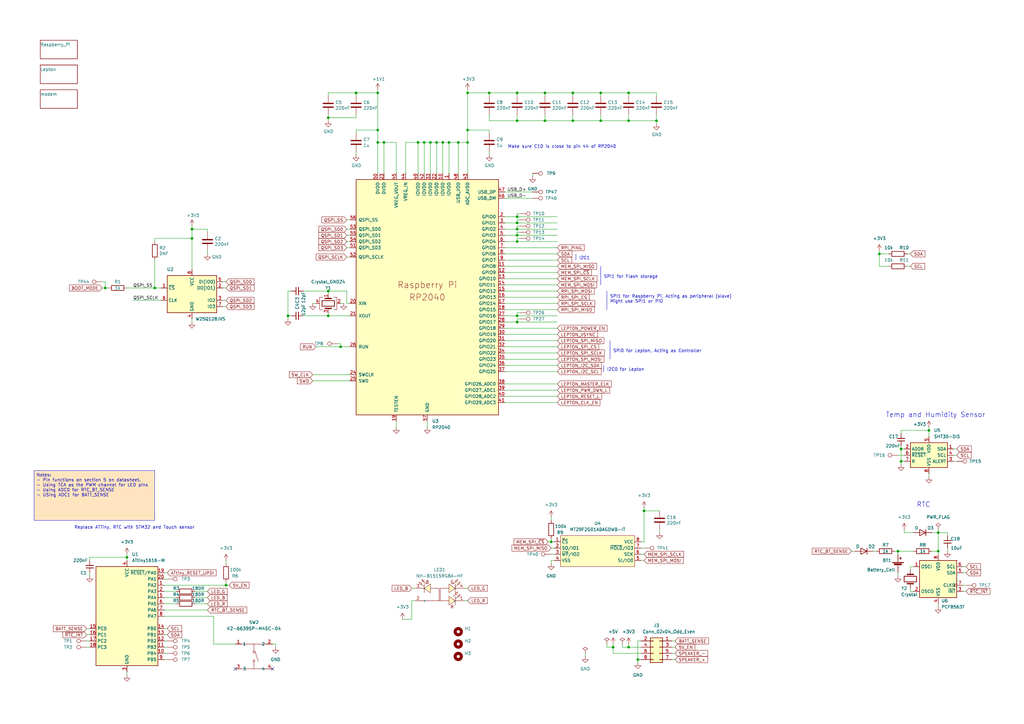
<source format=kicad_sch>
(kicad_sch (version 20230121) (generator eeschema)
  (paper "A3")
  (junction (at 92.71 240.03))
  (junction (at 212.09 99.06))
  (junction (at 187.96 58.42))
  (junction (at 368.3 226.06))
  (junction (at 52.07 228.6))
  (junction (at 134.62 129.54))
  (junction (at 384.81 218.44))
  (junction (at 184.15 58.42))
  (junction (at 369.57 189.23))
  (junction (at 63.5 118.11))
  (junction (at 212.09 96.52))
  (junction (at 134.62 48.26))
  (junction (at 134.62 119.38))
  (junction (at 157.48 58.42))
  (junction (at 251.46 265.43))
  (junction (at 384.81 226.06))
  (junction (at 176.53 58.42))
  (junction (at 212.09 129.54))
  (junction (at 360.68 104.14))
  (junction (at 212.09 88.9))
  (junction (at 246.38 38.1))
  (junction (at 78.74 97.79))
  (junction (at 212.09 49.53))
  (junction (at 212.09 93.98))
  (junction (at 154.94 38.1))
  (junction (at 173.99 58.42))
  (junction (at 146.05 38.1))
  (junction (at 369.57 184.15))
  (junction (at 212.09 132.08))
  (junction (at 257.81 38.1))
  (junction (at 246.38 49.53))
  (junction (at 223.52 49.53))
  (junction (at 191.77 53.34))
  (junction (at 257.81 265.43))
  (junction (at 78.74 93.98))
  (junction (at 154.94 58.42))
  (junction (at 257.81 49.53))
  (junction (at 171.45 58.42))
  (junction (at 179.07 58.42))
  (junction (at 43.18 118.11))
  (junction (at 191.77 58.42))
  (junction (at 154.94 53.34))
  (junction (at 223.52 38.1))
  (junction (at 381 176.53))
  (junction (at 181.61 58.42))
  (junction (at 118.11 129.54))
  (junction (at 269.24 49.53))
  (junction (at 191.77 38.1))
  (junction (at 226.06 222.25))
  (junction (at 212.09 91.44))
  (junction (at 261.62 270.51))
  (junction (at 234.95 38.1))
  (junction (at 212.09 38.1))
  (junction (at 200.66 38.1))
  (junction (at 264.16 209.55))
  (junction (at 234.95 49.53))
  (junction (at 139.7 142.24))
  (no_connect (at 96.52 274.32))
  (no_connect (at 111.76 274.32))
  (wire (pts (xy 91.44 123.19) (xy 92.71 123.19)))
  (wire (pts (xy 78.74 92.71) (xy 78.74 93.98)))
  (wire (pts (xy 190.5 241.3) (xy 191.77 241.3)))
  (wire (pts (xy 207.01 162.56) (xy 228.6 162.56)))
  (wire (pts (xy 261.62 270.51) (xy 262.89 270.51)))
  (wire (pts (xy 257.81 39.37) (xy 257.81 38.1)))
  (wire (pts (xy 207.01 114.3) (xy 228.6 114.3)))
  (wire (pts (xy 87.63 264.16) (xy 87.63 252.73)))
  (wire (pts (xy 191.77 58.42) (xy 191.77 71.12)))
  (wire (pts (xy 146.05 62.23) (xy 146.05 63.5)))
  (wire (pts (xy 91.44 125.73) (xy 92.71 125.73)))
  (wire (pts (xy 63.5 97.79) (xy 78.74 97.79)))
  (wire (pts (xy 372.11 109.22) (xy 373.38 109.22)))
  (wire (pts (xy 394.97 240.03) (xy 396.24 240.03)))
  (wire (pts (xy 80.01 247.65) (xy 85.09 247.65)))
  (wire (pts (xy 207.01 119.38) (xy 228.6 119.38)))
  (wire (pts (xy 374.65 242.57) (xy 373.38 242.57)))
  (wire (pts (xy 212.09 95.25) (xy 213.36 95.25)))
  (wire (pts (xy 212.09 91.44) (xy 228.6 91.44)))
  (wire (pts (xy 146.05 38.1) (xy 154.94 38.1)))
  (wire (pts (xy 374.65 226.06) (xy 368.3 226.06)))
  (wire (pts (xy 223.52 46.99) (xy 223.52 49.53)))
  (wire (pts (xy 212.09 132.08) (xy 212.09 130.81)))
  (wire (pts (xy 391.16 189.23) (xy 392.43 189.23)))
  (wire (pts (xy 67.31 260.35) (xy 68.58 260.35)))
  (wire (pts (xy 142.24 105.41) (xy 143.51 105.41)))
  (wire (pts (xy 234.95 39.37) (xy 234.95 38.1)))
  (wire (pts (xy 80.01 245.11) (xy 85.09 245.11)))
  (wire (pts (xy 200.66 38.1) (xy 212.09 38.1)))
  (wire (pts (xy 179.07 58.42) (xy 181.61 58.42)))
  (wire (pts (xy 275.59 267.97) (xy 276.86 267.97)))
  (wire (pts (xy 212.09 96.52) (xy 212.09 95.25)))
  (wire (pts (xy 162.56 71.12) (xy 162.56 58.42)))
  (polyline (pts (xy 246.38 109.22) (xy 246.38 116.84)) (stroke (width 0) (type solid)))
  (wire (pts (xy 257.81 46.99) (xy 257.81 49.53)))
  (wire (pts (xy 176.53 58.42) (xy 179.07 58.42)))
  (wire (pts (xy 394.97 234.95) (xy 396.24 234.95)))
  (wire (pts (xy 134.62 119.38) (xy 134.62 120.65)))
  (wire (pts (xy 63.5 99.06) (xy 63.5 97.79)))
  (wire (pts (xy 207.01 104.14) (xy 228.6 104.14)))
  (wire (pts (xy 394.97 242.57) (xy 396.24 242.57)))
  (wire (pts (xy 78.74 93.98) (xy 78.74 97.79)))
  (wire (pts (xy 52.07 228.6) (xy 52.07 229.87)))
  (wire (pts (xy 179.07 71.12) (xy 179.07 58.42)))
  (wire (pts (xy 212.09 88.9) (xy 212.09 87.63)))
  (wire (pts (xy 223.52 49.53) (xy 212.09 49.53)))
  (wire (pts (xy 262.89 267.97) (xy 251.46 267.97)))
  (wire (pts (xy 78.74 130.81) (xy 78.74 132.08)))
  (wire (pts (xy 207.01 93.98) (xy 212.09 93.98)))
  (wire (pts (xy 43.18 118.11) (xy 43.18 115.57)))
  (wire (pts (xy 118.11 129.54) (xy 119.38 129.54)))
  (wire (pts (xy 162.56 58.42) (xy 157.48 58.42)))
  (wire (pts (xy 369.57 176.53) (xy 381 176.53)))
  (wire (pts (xy 207.01 132.08) (xy 212.09 132.08)))
  (wire (pts (xy 154.94 53.34) (xy 154.94 58.42)))
  (wire (pts (xy 207.01 149.86) (xy 228.6 149.86)))
  (wire (pts (xy 368.3 186.69) (xy 370.84 186.69)))
  (wire (pts (xy 367.03 226.06) (xy 368.3 226.06)))
  (wire (pts (xy 369.57 189.23) (xy 370.84 189.23)))
  (wire (pts (xy 67.31 245.11) (xy 72.39 245.11)))
  (wire (pts (xy 43.18 118.11) (xy 44.45 118.11)))
  (wire (pts (xy 207.01 109.22) (xy 228.6 109.22)))
  (wire (pts (xy 134.62 119.38) (xy 142.24 119.38)))
  (wire (pts (xy 257.81 265.43) (xy 257.81 264.16)))
  (wire (pts (xy 134.62 38.1) (xy 146.05 38.1)))
  (wire (pts (xy 171.45 58.42) (xy 173.99 58.42)))
  (wire (pts (xy 67.31 250.19) (xy 85.09 250.19)))
  (wire (pts (xy 234.95 49.53) (xy 223.52 49.53)))
  (wire (pts (xy 207.01 137.16) (xy 228.6 137.16)))
  (wire (pts (xy 275.59 270.51) (xy 276.86 270.51)))
  (wire (pts (xy 368.3 234.95) (xy 368.3 236.22)))
  (wire (pts (xy 118.11 130.81) (xy 118.11 129.54)))
  (wire (pts (xy 246.38 39.37) (xy 246.38 38.1)))
  (wire (pts (xy 181.61 58.42) (xy 184.15 58.42)))
  (wire (pts (xy 134.62 129.54) (xy 134.62 128.27)))
  (wire (pts (xy 63.5 118.11) (xy 66.04 118.11)))
  (wire (pts (xy 63.5 106.68) (xy 63.5 118.11)))
  (wire (pts (xy 207.01 147.32) (xy 228.6 147.32)))
  (wire (pts (xy 207.01 127) (xy 228.6 127)))
  (wire (pts (xy 212.09 128.27) (xy 213.36 128.27)))
  (wire (pts (xy 142.24 101.6) (xy 143.51 101.6)))
  (wire (pts (xy 264.16 208.28) (xy 264.16 209.55)))
  (wire (pts (xy 67.31 252.73) (xy 87.63 252.73)))
  (wire (pts (xy 269.24 46.99) (xy 269.24 49.53)))
  (wire (pts (xy 139.7 142.24) (xy 143.51 142.24)))
  (wire (pts (xy 154.94 36.83) (xy 154.94 38.1)))
  (wire (pts (xy 226.06 224.79) (xy 227.33 224.79)))
  (wire (pts (xy 191.77 53.34) (xy 191.77 58.42)))
  (wire (pts (xy 226.06 212.09) (xy 226.06 213.36)))
  (wire (pts (xy 134.62 48.26) (xy 146.05 48.26)))
  (wire (pts (xy 142.24 119.38) (xy 142.24 124.46)))
  (wire (pts (xy 226.06 220.98) (xy 226.06 222.25)))
  (wire (pts (xy 67.31 247.65) (xy 72.39 247.65)))
  (wire (pts (xy 187.96 71.12) (xy 187.96 58.42)))
  (wire (pts (xy 212.09 132.08) (xy 228.6 132.08)))
  (wire (pts (xy 67.31 262.89) (xy 68.58 262.89)))
  (polyline (pts (xy 236.22 104.14) (xy 236.22 106.68)) (stroke (width 0) (type solid)))
  (wire (pts (xy 369.57 184.15) (xy 370.84 184.15)))
  (wire (pts (xy 212.09 90.17) (xy 213.36 90.17)))
  (wire (pts (xy 364.49 109.22) (xy 360.68 109.22)))
  (wire (pts (xy 207.01 144.78) (xy 228.6 144.78)))
  (wire (pts (xy 146.05 48.26) (xy 146.05 46.99)))
  (wire (pts (xy 168.91 241.3) (xy 170.18 241.3)))
  (wire (pts (xy 113.03 265.43) (xy 113.03 264.16)))
  (wire (pts (xy 251.46 267.97) (xy 251.46 265.43)))
  (wire (pts (xy 118.11 129.54) (xy 118.11 119.38)))
  (wire (pts (xy 384.81 217.17) (xy 384.81 218.44)))
  (wire (pts (xy 157.48 71.12) (xy 157.48 58.42)))
  (wire (pts (xy 384.81 226.06) (xy 384.81 227.33)))
  (wire (pts (xy 207.01 121.92) (xy 228.6 121.92)))
  (wire (pts (xy 54.61 123.19) (xy 66.04 123.19)))
  (wire (pts (xy 35.56 257.81) (xy 36.83 257.81)))
  (wire (pts (xy 146.05 54.61) (xy 146.05 53.34)))
  (wire (pts (xy 251.46 265.43) (xy 248.92 265.43)))
  (wire (pts (xy 391.16 184.15) (xy 392.43 184.15)))
  (wire (pts (xy 200.66 54.61) (xy 200.66 53.34)))
  (wire (pts (xy 223.52 38.1) (xy 234.95 38.1)))
  (wire (pts (xy 226.06 229.87) (xy 227.33 229.87)))
  (wire (pts (xy 85.09 102.87) (xy 85.09 104.14)))
  (wire (pts (xy 142.24 99.06) (xy 143.51 99.06)))
  (wire (pts (xy 212.09 46.99) (xy 212.09 49.53)))
  (wire (pts (xy 246.38 38.1) (xy 257.81 38.1)))
  (wire (pts (xy 43.18 115.57) (xy 41.91 115.57)))
  (wire (pts (xy 67.31 234.95) (xy 68.58 234.95)))
  (wire (pts (xy 368.3 226.06) (xy 368.3 227.33)))
  (wire (pts (xy 207.01 88.9) (xy 212.09 88.9)))
  (wire (pts (xy 257.81 49.53) (xy 246.38 49.53)))
  (wire (pts (xy 41.91 118.11) (xy 43.18 118.11)))
  (wire (pts (xy 78.74 97.79) (xy 78.74 110.49)))
  (wire (pts (xy 96.52 264.16) (xy 87.63 264.16)))
  (wire (pts (xy 388.62 218.44) (xy 384.81 218.44)))
  (wire (pts (xy 166.37 71.12) (xy 166.37 58.42)))
  (wire (pts (xy 35.56 265.43) (xy 36.83 265.43)))
  (wire (pts (xy 248.92 265.43) (xy 248.92 264.16)))
  (wire (pts (xy 207.01 106.68) (xy 228.6 106.68)))
  (wire (pts (xy 212.09 99.06) (xy 228.6 99.06)))
  (wire (pts (xy 373.38 242.57) (xy 373.38 241.3)))
  (wire (pts (xy 207.01 157.48) (xy 228.6 157.48)))
  (wire (pts (xy 212.09 38.1) (xy 223.52 38.1)))
  (wire (pts (xy 52.07 275.59) (xy 52.07 276.86)))
  (wire (pts (xy 207.01 96.52) (xy 212.09 96.52)))
  (wire (pts (xy 369.57 184.15) (xy 369.57 189.23)))
  (wire (pts (xy 146.05 39.37) (xy 146.05 38.1)))
  (polyline (pts (xy 250.19 139.7) (xy 250.19 147.32)) (stroke (width 0) (type solid)))
  (wire (pts (xy 384.81 247.65) (xy 384.81 248.92)))
  (wire (pts (xy 270.51 209.55) (xy 264.16 209.55)))
  (wire (pts (xy 128.27 156.21) (xy 143.51 156.21)))
  (wire (pts (xy 139.7 142.24) (xy 139.7 140.97)))
  (wire (pts (xy 139.7 124.46) (xy 140.97 124.46)))
  (wire (pts (xy 212.09 92.71) (xy 213.36 92.71)))
  (wire (pts (xy 157.48 58.42) (xy 154.94 58.42)))
  (wire (pts (xy 142.24 90.17) (xy 143.51 90.17)))
  (wire (pts (xy 67.31 270.51) (xy 68.58 270.51)))
  (wire (pts (xy 388.62 219.71) (xy 388.62 218.44)))
  (wire (pts (xy 207.01 152.4) (xy 228.6 152.4)))
  (wire (pts (xy 269.24 39.37) (xy 269.24 38.1)))
  (wire (pts (xy 251.46 265.43) (xy 251.46 264.16)))
  (wire (pts (xy 382.27 218.44) (xy 384.81 218.44)))
  (wire (pts (xy 257.81 265.43) (xy 255.27 265.43)))
  (wire (pts (xy 200.66 46.99) (xy 200.66 49.53)))
  (wire (pts (xy 134.62 129.54) (xy 143.51 129.54)))
  (wire (pts (xy 190.5 246.38) (xy 191.77 246.38)))
  (wire (pts (xy 184.15 58.42) (xy 187.96 58.42)))
  (wire (pts (xy 234.95 46.99) (xy 234.95 49.53)))
  (wire (pts (xy 67.31 265.43) (xy 68.58 265.43)))
  (wire (pts (xy 207.01 160.02) (xy 228.6 160.02)))
  (wire (pts (xy 52.07 228.6) (xy 36.83 228.6)))
  (wire (pts (xy 381 176.53) (xy 381 179.07)))
  (wire (pts (xy 257.81 49.53) (xy 269.24 49.53)))
  (wire (pts (xy 369.57 182.88) (xy 369.57 184.15)))
  (wire (pts (xy 168.91 246.38) (xy 168.91 254)))
  (wire (pts (xy 212.09 88.9) (xy 228.6 88.9)))
  (wire (pts (xy 191.77 53.34) (xy 200.66 53.34)))
  (wire (pts (xy 200.66 62.23) (xy 200.66 63.5)))
  (wire (pts (xy 191.77 38.1) (xy 191.77 53.34)))
  (wire (pts (xy 207.01 81.28) (xy 218.44 81.28)))
  (wire (pts (xy 226.06 231.14) (xy 226.06 229.87)))
  (wire (pts (xy 91.44 118.11) (xy 92.71 118.11)))
  (wire (pts (xy 394.97 232.41) (xy 396.24 232.41)))
  (wire (pts (xy 369.57 190.5) (xy 369.57 189.23)))
  (wire (pts (xy 382.27 226.06) (xy 384.81 226.06)))
  (wire (pts (xy 212.09 130.81) (xy 213.36 130.81)))
  (wire (pts (xy 173.99 58.42) (xy 176.53 58.42)))
  (wire (pts (xy 384.81 218.44) (xy 384.81 226.06)))
  (wire (pts (xy 207.01 99.06) (xy 212.09 99.06)))
  (wire (pts (xy 134.62 39.37) (xy 134.62 38.1)))
  (wire (pts (xy 124.46 119.38) (xy 134.62 119.38)))
  (wire (pts (xy 212.09 93.98) (xy 228.6 93.98)))
  (wire (pts (xy 212.09 129.54) (xy 212.09 128.27)))
  (wire (pts (xy 388.62 224.79) (xy 388.62 226.06)))
  (wire (pts (xy 92.71 229.87) (xy 92.71 231.14)))
  (wire (pts (xy 128.27 124.46) (xy 129.54 124.46)))
  (wire (pts (xy 134.62 46.99) (xy 134.62 48.26)))
  (wire (pts (xy 264.16 209.55) (xy 264.16 222.25)))
  (wire (pts (xy 262.89 229.87) (xy 264.16 229.87)))
  (wire (pts (xy 261.62 262.89) (xy 261.62 270.51)))
  (wire (pts (xy 381 175.26) (xy 381 176.53)))
  (wire (pts (xy 212.09 87.63) (xy 213.36 87.63)))
  (wire (pts (xy 212.09 96.52) (xy 228.6 96.52)))
  (wire (pts (xy 212.09 39.37) (xy 212.09 38.1)))
  (wire (pts (xy 200.66 39.37) (xy 200.66 38.1)))
  (wire (pts (xy 118.11 119.38) (xy 119.38 119.38)))
  (wire (pts (xy 372.11 104.14) (xy 373.38 104.14)))
  (wire (pts (xy 128.27 153.67) (xy 143.51 153.67)))
  (wire (pts (xy 262.89 265.43) (xy 257.81 265.43)))
  (wire (pts (xy 240.03 267.97) (xy 240.03 269.24)))
  (wire (pts (xy 207.01 142.24) (xy 228.6 142.24)))
  (wire (pts (xy 207.01 129.54) (xy 212.09 129.54)))
  (wire (pts (xy 184.15 58.42) (xy 184.15 71.12)))
  (wire (pts (xy 170.18 246.38) (xy 168.91 246.38)))
  (wire (pts (xy 223.52 39.37) (xy 223.52 38.1)))
  (wire (pts (xy 181.61 71.12) (xy 181.61 58.42)))
  (wire (pts (xy 349.25 226.06) (xy 350.52 226.06)))
  (wire (pts (xy 142.24 93.98) (xy 143.51 93.98)))
  (wire (pts (xy 146.05 53.34) (xy 154.94 53.34)))
  (wire (pts (xy 171.45 71.12) (xy 171.45 58.42)))
  (wire (pts (xy 175.26 172.72) (xy 175.26 175.26)))
  (wire (pts (xy 142.24 124.46) (xy 143.51 124.46)))
  (wire (pts (xy 52.07 118.11) (xy 63.5 118.11)))
  (wire (pts (xy 369.57 177.8) (xy 369.57 176.53)))
  (wire (pts (xy 212.09 129.54) (xy 228.6 129.54)))
  (wire (pts (xy 234.95 38.1) (xy 246.38 38.1)))
  (wire (pts (xy 207.01 139.7) (xy 228.6 139.7)))
  (wire (pts (xy 226.06 227.33) (xy 227.33 227.33)))
  (wire (pts (xy 370.84 218.44) (xy 374.65 218.44)))
  (wire (pts (xy 67.31 242.57) (xy 72.39 242.57)))
  (wire (pts (xy 35.56 260.35) (xy 36.83 260.35)))
  (wire (pts (xy 381 194.31) (xy 381 195.58)))
  (wire (pts (xy 187.96 58.42) (xy 191.77 58.42)))
  (wire (pts (xy 91.44 115.57) (xy 92.71 115.57)))
  (wire (pts (xy 36.83 228.6) (xy 36.83 229.87)))
  (wire (pts (xy 360.68 104.14) (xy 360.68 102.87)))
  (wire (pts (xy 67.31 237.49) (xy 68.58 237.49)))
  (wire (pts (xy 224.79 222.25) (xy 226.06 222.25)))
  (wire (pts (xy 275.59 262.89) (xy 276.86 262.89)))
  (wire (pts (xy 261.62 270.51) (xy 261.62 271.78)))
  (wire (pts (xy 36.83 234.95) (xy 36.83 236.22)))
  (wire (pts (xy 134.62 48.26) (xy 134.62 49.53)))
  (wire (pts (xy 154.94 38.1) (xy 154.94 53.34)))
  (wire (pts (xy 124.46 129.54) (xy 134.62 129.54)))
  (wire (pts (xy 207.01 134.62) (xy 228.6 134.62)))
  (wire (pts (xy 67.31 267.97) (xy 68.58 267.97)))
  (wire (pts (xy 52.07 227.33) (xy 52.07 228.6)))
  (wire (pts (xy 358.14 226.06) (xy 359.41 226.06)))
  (wire (pts (xy 212.09 97.79) (xy 213.36 97.79)))
  (wire (pts (xy 264.16 222.25) (xy 262.89 222.25)))
  (wire (pts (xy 207.01 78.74) (xy 218.44 78.74)))
  (wire (pts (xy 246.38 46.99) (xy 246.38 49.53)))
  (wire (pts (xy 373.38 232.41) (xy 374.65 232.41)))
  (wire (pts (xy 162.56 172.72) (xy 162.56 175.26)))
  (wire (pts (xy 373.38 233.68) (xy 373.38 232.41)))
  (wire (pts (xy 142.24 96.52) (xy 143.51 96.52)))
  (wire (pts (xy 207.01 116.84) (xy 228.6 116.84)))
  (wire (pts (xy 270.51 217.17) (xy 270.51 218.44)))
  (wire (pts (xy 67.31 257.81) (xy 68.58 257.81)))
  (wire (pts (xy 168.91 254) (xy 165.1 254)))
  (wire (pts (xy 80.01 242.57) (xy 85.09 242.57)))
  (wire (pts (xy 212.09 91.44) (xy 212.09 90.17)))
  (wire (pts (xy 360.68 109.22) (xy 360.68 104.14)))
  (wire (pts (xy 262.89 224.79) (xy 264.16 224.79)))
  (wire (pts (xy 212.09 99.06) (xy 212.09 97.79)))
  (wire (pts (xy 92.71 240.03) (xy 93.98 240.03)))
  (wire (pts (xy 139.7 140.97) (xy 138.43 140.97)))
  (wire (pts (xy 364.49 104.14) (xy 360.68 104.14)))
  (wire (pts (xy 255.27 265.43) (xy 255.27 264.16)))
  (wire (pts (xy 207.01 91.44) (xy 212.09 91.44)))
  (wire (pts (xy 35.56 262.89) (xy 36.83 262.89)))
  (wire (pts (xy 92.71 238.76) (xy 92.71 240.03)))
  (wire (pts (xy 67.31 240.03) (xy 92.71 240.03)))
  (wire (pts (xy 166.37 58.42) (xy 171.45 58.42)))
  (polyline (pts (xy 247.65 149.86) (xy 247.65 152.4)) (stroke (width 0) (type solid)))
  (wire (pts (xy 275.59 265.43) (xy 276.86 265.43)))
  (wire (pts (xy 154.94 58.42) (xy 154.94 71.12)))
  (wire (pts (xy 207.01 124.46) (xy 228.6 124.46)))
  (wire (pts (xy 173.99 71.12) (xy 173.99 58.42)))
  (wire (pts (xy 191.77 36.83) (xy 191.77 38.1)))
  (wire (pts (xy 257.81 38.1) (xy 269.24 38.1)))
  (polyline (pts (xy 248.92 119.38) (xy 248.92 127)) (stroke (width 0) (type solid)))
  (wire (pts (xy 212.09 49.53) (xy 200.66 49.53)))
  (wire (pts (xy 370.84 217.17) (xy 370.84 218.44)))
  (wire (pts (xy 391.16 186.69) (xy 392.43 186.69)))
  (wire (pts (xy 262.89 262.89) (xy 261.62 262.89)))
  (wire (pts (xy 207.01 165.1) (xy 228.6 165.1)))
  (wire (pts (xy 207.01 101.6) (xy 228.6 101.6)))
  (wire (pts (xy 218.44 71.12) (xy 218.44 72.39)))
  (wire (pts (xy 212.09 93.98) (xy 212.09 92.71)))
  (wire (pts (xy 113.03 264.16) (xy 111.76 264.16)))
  (wire (pts (xy 129.54 142.24) (xy 139.7 142.24)))
  (wire (pts (xy 207.01 111.76) (xy 228.6 111.76)))
  (wire (pts (xy 176.53 71.12) (xy 176.53 58.42)))
  (wire (pts (xy 269.24 49.53) (xy 269.24 50.8)))
  (wire (pts (xy 85.09 95.25) (xy 85.09 93.98)))
  (wire (pts (xy 246.38 49.53) (xy 234.95 49.53)))
  (wire (pts (xy 191.77 38.1) (xy 200.66 38.1)))
  (wire (pts (xy 85.09 93.98) (xy 78.74 93.98)))
  (wire (pts (xy 262.89 227.33) (xy 264.16 227.33)))
  (wire (pts (xy 226.06 222.25) (xy 227.33 222.25)))
  (text_box "Notes:\n- Pin functions on section 5 on datasheet.\n- Using TCA as the PWM channel for LED pins\n- Using ADC0 for RTC_BT_SENSE\n- USing ADC1 for BATT_SENSE" (at 13.97 193.04 0) (size 49.53 20.32) (fill (type color) (color 255 229 191 1)) (effects (font (size 1.27 1.27)) (justify left top)))
  (text "RTC" (at 375.92 208.28 0) (effects (font (size 2 2)) (justify left bottom)))
  (text "SPI0 for Lepton, Acting as Controller\n" (at 251.46 144.78 0) (effects (font (size 1.27 1.27)) (justify left bottom)))
  (text "I2C1" (at 237.49 106.68 0) (effects (font (size 1.27 1.27)) (justify left bottom)))
  (text "I2C0 for Lepton" (at 248.92 152.4 0) (effects (font (size 1.27 1.27)) (justify left bottom)))
  (text "Temp and Humidity Sensor" (at 363.22 171.45 0) (effects (font (size 2 2)) (justify left bottom)))
  (text "Replace ATTiny, RTC with STM32 and Touch sensor" (at 30.48 217.17 0) (effects (font (size 1.27 1.27)) (justify left bottom)))
  (text "Make sure C10 is close to pin 44 of RP2040" (at 208.28 60.96 0) (effects (font (size 1.27 1.27)) (justify left bottom)))
  (text "SPI1 for Raspberry Pi, Acting as peripheral (slave)\nMight use SPI1 or PIO" (at 250.19 124.46 0) (effects (font (size 1.27 1.27)) (justify left bottom)))
  (text "SPI1 for Flash storage" (at 247.65 114.3 0) (effects (font (size 1.27 1.27)) (justify left bottom)))
  (label "QSPI_SCLK" (at 54.61 123.19 0))
  (label "QSPI_SS" (at 54.61 118.11 0))
  (label "USB_D-" (at 215.9 81.28 180))
  (label "USB_D+" (at 215.9 78.74 180))
  (global_label "SCL" (shape input) (at 373.38 109.22 0) (property "Intersheetrefs" "${INTERSHEET_REFS}" (effects hide)))
  (global_label "SW_CLK" (shape input) (at 128.27 153.67 180) (property "Intersheetrefs" "${INTERSHEET_REFS}" (effects hide)))
  (global_label "LED_R" (shape input) (at 191.77 246.38 0) (property "Intersheetrefs" "${INTERSHEET_REFS}" (effects hide)))
  (global_label "RPI_SPI_MISO" (shape input) (at 228.6 127 0) (property "Intersheetrefs" "${INTERSHEET_REFS}" (effects hide)))
  (global_label "SDA" (shape input) (at 396.24 234.95 0) (property "Intersheetrefs" "${INTERSHEET_REFS}" (effects hide)))
  (global_label "QSPI_SD2" (shape input) (at 92.71 123.19 0) (property "Intersheetrefs" "${INTERSHEET_REFS}" (effects hide)))
  (global_label "MEM_SPI_MOSI" (shape input) (at 264.16 229.87 0) (property "Intersheetrefs" "${INTERSHEET_REFS}" (effects hide)))
  (global_label "SDA" (shape input) (at 392.43 184.15 0) (property "Intersheetrefs" "${INTERSHEET_REFS}" (effects hide)))
  (global_label "QSPI_SD0" (shape input) (at 92.71 115.57 0) (property "Intersheetrefs" "${INTERSHEET_REFS}" (effects hide)))
  (global_label "QSPI_SD1" (shape input) (at 92.71 118.11 0) (property "Intersheetrefs" "${INTERSHEET_REFS}" (effects hide)))
  (global_label "LEPTON_VSYNC" (shape input) (at 228.6 137.16 0) (property "Intersheetrefs" "${INTERSHEET_REFS}" (effects hide)))
  (global_label "~{RTC_INT}" (shape input) (at 396.24 242.57 0) (property "Intersheetrefs" "${INTERSHEET_REFS}" (effects hide)))
  (global_label "QSPI_SCLK" (shape input) (at 142.24 105.41 180) (property "Intersheetrefs" "${INTERSHEET_REFS}" (effects hide)))
  (global_label "QSPI_SD1" (shape input) (at 142.24 96.52 180) (property "Intersheetrefs" "${INTERSHEET_REFS}" (effects hide)))
  (global_label "LEPTON_I2C_SDA" (shape input) (at 228.6 149.86 0) (property "Intersheetrefs" "${INTERSHEET_REFS}" (effects hide)))
  (global_label "RTC_BT_SENSE" (shape input) (at 349.25 226.06 180) (property "Intersheetrefs" "${INTERSHEET_REFS}" (effects hide)))
  (global_label "LEPTON_MASTER_CLK" (shape input) (at 228.6 157.48 0) (property "Intersheetrefs" "${INTERSHEET_REFS}" (effects hide)))
  (global_label "LEPTON_RESET_L" (shape input) (at 228.6 162.56 0) (property "Intersheetrefs" "${INTERSHEET_REFS}" (effects hide)))
  (global_label "BOOT_MODE" (shape input) (at 41.91 118.11 180) (property "Intersheetrefs" "${INTERSHEET_REFS}" (effects hide)))
  (global_label "SPEAKER_-" (shape input) (at 276.86 267.97 0) (property "Intersheetrefs" "${INTERSHEET_REFS}" (effects hide)))
  (global_label "LEPTON_SPI_CS" (shape input) (at 228.6 142.24 0) (property "Intersheetrefs" "${INTERSHEET_REFS}" (effects hide)))
  (global_label "LEPTON_I2C_SCL" (shape input) (at 228.6 152.4 0) (property "Intersheetrefs" "${INTERSHEET_REFS}" (effects hide)))
  (global_label "RTC_BT_SENSE" (shape input) (at 85.09 250.19 0) (property "Intersheetrefs" "${INTERSHEET_REFS}" (effects hide)))
  (global_label "LEPTON_CLK_EN" (shape input) (at 228.6 165.1 0) (property "Intersheetrefs" "${INTERSHEET_REFS}" (effects hide)))
  (global_label "QSPI_SD3" (shape input) (at 142.24 101.6 180) (property "Intersheetrefs" "${INTERSHEET_REFS}" (effects hide)))
  (global_label "SDA" (shape input) (at 68.58 260.35 0) (property "Intersheetrefs" "${INTERSHEET_REFS}" (effects hide)))
  (global_label "LEPTON_POWER_EN" (shape input) (at 228.6 134.62 0) (property "Intersheetrefs" "${INTERSHEET_REFS}" (effects hide)))
  (global_label "SPEAKER_+" (shape input) (at 276.86 270.51 0) (property "Intersheetrefs" "${INTERSHEET_REFS}" (effects hide)))
  (global_label "MEM_SPI_~{CS}" (shape input) (at 228.6 111.76 0) (property "Intersheetrefs" "${INTERSHEET_REFS}" (effects hide)))
  (global_label "LED_G" (shape input) (at 191.77 241.3 0) (property "Intersheetrefs" "${INTERSHEET_REFS}" (effects hide)))
  (global_label "LEPTON_SPI_MOSI" (shape input) (at 228.6 147.32 0) (property "Intersheetrefs" "${INTERSHEET_REFS}" (effects hide)))
  (global_label "MEM_SPI_~{CS}" (shape input) (at 224.79 222.25 180) (property "Intersheetrefs" "${INTERSHEET_REFS}" (effects hide)))
  (global_label "BATT_SENSE" (shape input) (at 276.86 262.89 0) (property "Intersheetrefs" "${INTERSHEET_REFS}" (effects hide)))
  (global_label "SCL" (shape input) (at 392.43 186.69 0) (property "Intersheetrefs" "${INTERSHEET_REFS}" (effects hide)))
  (global_label "MEM_SPI_SCLK" (shape input) (at 264.16 227.33 0) (property "Intersheetrefs" "${INTERSHEET_REFS}" (effects hide)))
  (global_label "RPI_SPI_CS" (shape input) (at 228.6 121.92 0) (property "Intersheetrefs" "${INTERSHEET_REFS}" (effects hide)))
  (global_label "~{RTC_INT}" (shape input) (at 35.56 260.35 180) (property "Intersheetrefs" "${INTERSHEET_REFS}" (effects hide)))
  (global_label "QSPI_SD3" (shape input) (at 92.71 125.73 0) (property "Intersheetrefs" "${INTERSHEET_REFS}" (effects hide)))
  (global_label "RPI_SPI_SCLK" (shape input) (at 228.6 124.46 0) (property "Intersheetrefs" "${INTERSHEET_REFS}" (effects hide)))
  (global_label "LED_B" (shape input) (at 85.09 245.11 0) (property "Intersheetrefs" "${INTERSHEET_REFS}" (effects hide)))
  (global_label "ATtiny_RESET_UPDI" (shape input) (at 68.58 234.95 0) (property "Intersheetrefs" "${INTERSHEET_REFS}" (effects hide)))
  (global_label "5V_EN" (shape input) (at 276.86 265.43 0) (property "Intersheetrefs" "${INTERSHEET_REFS}" (effects hide)))
  (global_label "5V_EN" (shape input) (at 93.98 240.03 0) (property "Intersheetrefs" "${INTERSHEET_REFS}" (effects hide)))
  (global_label "SDA" (shape input) (at 228.6 104.14 0) (property "Intersheetrefs" "${INTERSHEET_REFS}" (effects hide)))
  (global_label "BATT_SENSE" (shape input) (at 35.56 257.81 180) (property "Intersheetrefs" "${INTERSHEET_REFS}" (effects hide)))
  (global_label "RPI_PING" (shape input) (at 228.6 101.6 0) (property "Intersheetrefs" "${INTERSHEET_REFS}" (effects hide)))
  (global_label "SCL" (shape input) (at 68.58 257.81 0) (property "Intersheetrefs" "${INTERSHEET_REFS}" (effects hide)))
  (global_label "MEM_SPI_MOSI" (shape input) (at 228.6 116.84 0) (property "Intersheetrefs" "${INTERSHEET_REFS}" (effects hide)))
  (global_label "SCL" (shape input) (at 228.6 106.68 0) (property "Intersheetrefs" "${INTERSHEET_REFS}" (effects hide)))
  (global_label "QSPI_SD2" (shape input) (at 142.24 99.06 180) (property "Intersheetrefs" "${INTERSHEET_REFS}" (effects hide)))
  (global_label "LEPTON_SPI_MISO" (shape input) (at 228.6 139.7 0) (property "Intersheetrefs" "${INTERSHEET_REFS}" (effects hide)))
  (global_label "SWD" (shape input) (at 128.27 156.21 180) (property "Intersheetrefs" "${INTERSHEET_REFS}" (effects hide)))
  (global_label "SDA" (shape input) (at 373.38 104.14 0) (property "Intersheetrefs" "${INTERSHEET_REFS}" (effects hide)))
  (global_label "LEPTON_PWR_DWN_L" (shape input) (at 228.6 160.02 0) (property "Intersheetrefs" "${INTERSHEET_REFS}" (effects hide)))
  (global_label "LED_G" (shape input) (at 85.09 242.57 0) (property "Intersheetrefs" "${INTERSHEET_REFS}" (effects hide)))
  (global_label "LED_B" (shape input) (at 168.91 241.3 180) (property "Intersheetrefs" "${INTERSHEET_REFS}" (effects hide)))
  (global_label "RUN" (shape input) (at 129.54 142.24 180) (property "Intersheetrefs" "${INTERSHEET_REFS}" (effects hide)))
  (global_label "SCL" (shape input) (at 396.24 232.41 0) (property "Intersheetrefs" "${INTERSHEET_REFS}" (effects hide)))
  (global_label "RPI_SPI_MOSI" (shape input) (at 228.6 119.38 0) (property "Intersheetrefs" "${INTERSHEET_REFS}" (effects hide)))
  (global_label "LEPTON_SPI_SCLK" (shape input) (at 228.6 144.78 0) (property "Intersheetrefs" "${INTERSHEET_REFS}" (effects hide)))
  (global_label "MEM_SPI_MISO" (shape input) (at 226.06 224.79 180) (property "Intersheetrefs" "${INTERSHEET_REFS}" (effects hide)))
  (global_label "QSPI_SS" (shape input) (at 142.24 90.17 180) (property "Intersheetrefs" "${INTERSHEET_REFS}" (effects hide)))
  (global_label "MEM_SPI_MISO" (shape input) (at 228.6 109.22 0) (property "Intersheetrefs" "${INTERSHEET_REFS}" (effects hide)))
  (global_label "LED_R" (shape input) (at 85.09 247.65 0) (property "Intersheetrefs" "${INTERSHEET_REFS}" (effects hide)))
  (global_label "MEM_SPI_SCLK" (shape input) (at 228.6 114.3 0) (property "Intersheetrefs" "${INTERSHEET_REFS}" (effects hide)))
  (global_label "QSPI_SD0" (shape input) (at 142.24 93.98 180) (property "Intersheetrefs" "${INTERSHEET_REFS}" (effects hide)))
  (symbol (lib_id "cacophony-library:NH-B1515RGBA-HF") (at 180.34 243.84 0) (unit 1)
    (property "Reference" "LED1" (at 180.34 233.68 0))
    (property "Value" "NH-B1515RGBA-HF" (at 180.34 236.22 0))
    (property "Footprint" "cacophony-library:LED-ARRAY-SMD_4P-L1.6-W1.5-TL_NH-B1515RGBA" (effects hide))
    (property "Manufacturer" "国星光电" (effects hide))
    (property "LCSC Part" "C2874115" (effects hide))
    (property "JLC Part" "Extended Part" (effects hide))
  )
  (symbol (lib_id "power:+3V3") (at 52.07 227.33 0) (unit 1)
    (property "Reference" "#PWR03" (effects hide))
    (property "Value" "+3V3" (at 52.07 222.25 0))
  )
  (symbol (lib_id "Connector:TestPoint") (at 68.58 237.49 270) (unit 1)
    (property "Reference" "TP3" (at 76.2 237.49 90))
    (property "Value" "TestPoint" (effects hide))
    (property "Footprint" "cacophony-library:TP" (effects hide))
  )
  (symbol (lib_id "power:GND") (at 269.24 50.8 0) (unit 1)
    (property "Reference" "#PWR028" (effects hide))
    (property "Value" "GND" (at 269.367 55.1942 0))
  )
  (symbol (lib_id "Connector:TestPoint") (at 218.44 78.74 270) (unit 1)
    (property "Reference" "TP47" (at 226.06 78.74 90))
    (property "Value" "TestPoint" (effects hide))
    (property "Footprint" "cacophony-library:TP" (effects hide))
  )
  (symbol (lib_id "Mechanical:MountingHole") (at 187.96 259.08 0) (unit 1)
    (property "Reference" "H1" (at 190.5 257.8099 0) (effects (justify left)))
    (property "Value" "MountingHole" (effects hide))
    (property "Footprint" "cacophony-library:Mouning_Hole_M3" (effects hide))
  )
  (symbol (lib_id "Connector:TestPoint") (at 35.56 262.89 90) (unit 1)
    (property "Reference" "TP1" (at 27.94 262.89 90))
    (property "Value" "TestPoint" (effects hide))
    (property "Footprint" "cacophony-library:TP" (effects hide))
  )
  (symbol (lib_id "power:+3V3") (at 191.77 36.83 0) (unit 1)
    (property "Reference" "#PWR024" (effects hide))
    (property "Value" "+3V3" (at 192.151 32.4358 0))
  )
  (symbol (lib_id "Device:C") (at 269.24 43.18 0) (unit 1)
    (property "Reference" "C15" (at 272.161 42.0116 0) (effects (justify left)))
    (property "Value" "220nF" (at 272.161 44.323 0) (effects (justify left)))
    (property "Footprint" "Capacitor_SMD:C_0402_1005Metric" (effects hide))
    (property "LCSC" "C16772" (effects hide))
  )
  (symbol (lib_id "Device:C") (at 257.81 43.18 0) (unit 1)
    (property "Reference" "C14" (at 260.731 42.0116 0) (effects (justify left)))
    (property "Value" "220nF" (at 260.731 44.323 0) (effects (justify left)))
    (property "Footprint" "Capacitor_SMD:C_0402_1005Metric" (effects hide))
    (property "LCSC" "C16772" (effects hide))
  )
  (symbol (lib_id "Device:C_Small") (at 36.83 232.41 180) (unit 1)
    (property "Reference" "C1" (at 34.29 234.95 0))
    (property "Value" "220nF" (at 33.02 229.87 0))
    (property "Footprint" "Capacitor_SMD:C_0402_1005Metric" (effects hide))
    (property "LCSC" "C16772" (effects hide))
  )
  (symbol (lib_id "Device:R") (at 76.2 242.57 90) (unit 1)
    (property "Reference" "R3" (at 73.66 241.3 90) (effects (justify left)))
    (property "Value" "180R" (at 83.82 241.3 90) (effects (justify left)))
    (property "Footprint" "Resistor_SMD:R_0402_1005Metric" (effects hide))
    (property "LCSC" "C38941" (effects hide))
  )
  (symbol (lib_id "Device:Crystal") (at 373.38 237.49 90) (unit 1)
    (property "Reference" "Y2" (at 369.57 241.3 90) (effects (justify right)))
    (property "Value" "Crystal" (at 369.57 243.84 90) (effects (justify right)))
    (property "Footprint" "Crystal:Crystal_SMD_3215-2Pin_3.2x1.5mm" (effects hide))
    (property "LCSC" "C32346" (effects hide))
  )
  (symbol (lib_id "power:+1V1") (at 154.94 36.83 0) (unit 1)
    (property "Reference" "#PWR019" (effects hide))
    (property "Value" "+1V1" (at 155.321 32.4358 0))
  )
  (symbol (lib_id "power:GND") (at 200.66 63.5 0) (unit 1)
    (property "Reference" "#PWR025" (effects hide))
    (property "Value" "GND" (at 200.787 67.8942 0))
  )
  (symbol (lib_id "power:GND") (at 78.74 132.08 0) (unit 1)
    (property "Reference" "#PWR07" (effects hide))
    (property "Value" "GND" (effects hide))
  )
  (symbol (lib_id "power:GND") (at 146.05 63.5 0) (unit 1)
    (property "Reference" "#PWR016" (effects hide))
    (property "Value" "GND" (at 146.177 67.8942 0))
  )
  (symbol (lib_id "Device:R") (at 76.2 247.65 90) (unit 1)
    (property "Reference" "R5" (at 73.66 246.38 90) (effects (justify left)))
    (property "Value" "180R" (at 83.82 246.38 90) (effects (justify left)))
    (property "Footprint" "Resistor_SMD:R_0402_1005Metric" (effects hide))
    (property "LCSC" "C38941" (effects hide))
  )
  (symbol (lib_id "power:GND") (at 85.09 104.14 0) (unit 1)
    (property "Reference" "#PWR08" (effects hide))
    (property "Value" "GND" (at 88.9 105.41 0))
  )
  (symbol (lib_id "power:GND") (at 118.11 130.81 0) (unit 1)
    (property "Reference" "#PWR011" (effects hide))
    (property "Value" "GND" (effects hide))
  )
  (symbol (lib_id "MCU_Microchip_ATtiny:ATtiny1616-M") (at 52.07 252.73 0) (unit 1)
    (property "Reference" "U1" (at 54.0894 227.33 0) (effects (justify left)))
    (property "Value" "ATtiny1616-M" (at 54.0894 229.87 0) (effects (justify left)))
    (property "Footprint" "Package_DFN_QFN:VQFN-20-1EP_3x3mm_P0.4mm_EP1.7x1.7mm" (effects hide))
    (property "Datasheet" "http://ww1.microchip.com/downloads/en/DeviceDoc/ATtiny3216_ATtiny1616-data-sheet-40001997B.pdf" (effects hide))
    (property "LCSC" "C507118" (effects hide))
  )
  (symbol (lib_id "power:+5V") (at 251.46 264.16 0) (unit 1)
    (property "Reference" "#PWR018" (effects hide))
    (property "Value" "+5V" (at 251.46 259.08 0))
  )
  (symbol (lib_id "Device:R") (at 378.46 226.06 270) (unit 1)
    (property "Reference" "R8" (at 378.46 223.52 90))
    (property "Value" "1k" (at 378.46 226.06 90))
    (property "Footprint" "Resistor_SMD:R_0402_1005Metric" (effects hide))
    (property "LCSC" "C11702" (effects hide))
  )
  (symbol (lib_id "power:+3V3") (at 165.1 254 0) (unit 1)
    (property "Reference" "#PWR085" (effects hide))
    (property "Value" "+3V3" (at 165.1 248.92 0))
  )
  (symbol (lib_id "power:GND") (at 218.44 72.39 0) (unit 1)
    (property "Reference" "#PWR017" (effects hide))
    (property "Value" "GND" (at 218.44 77.47 0))
  )
  (symbol (lib_id "Device:C") (at 246.38 43.18 0) (unit 1)
    (property "Reference" "C13" (at 249.301 42.0116 0) (effects (justify left)))
    (property "Value" "220nF" (at 249.301 44.323 0) (effects (justify left)))
    (property "Footprint" "Capacitor_SMD:C_0402_1005Metric" (effects hide))
    (property "LCSC" "C16772" (effects hide))
  )
  (symbol (lib_id "power:+3V3") (at 381 175.26 0) (unit 1)
    (property "Reference" "#PWR033" (effects hide))
    (property "Value" "+3V3" (at 377.19 173.99 0))
  )
  (symbol (lib_id "Timer_RTC:PCF8563T") (at 384.81 237.49 0) (unit 1)
    (property "Reference" "U6" (at 386.08 246.38 0) (effects (justify left)))
    (property "Value" "PCF8563T" (at 386.08 248.92 0) (effects (justify left)))
    (property "Footprint" "Package_SO:SOIC-8_3.9x4.9mm_P1.27mm" (effects hide))
    (property "Datasheet" "https://www.nxp.com/docs/en/data-sheet/PCF8563.pdf" (effects hide))
    (property "LCSC" "C7440" (effects hide))
  )
  (symbol (lib_id "Connector:TestPoint") (at 213.36 128.27 270) (unit 1)
    (property "Reference" "TP26" (at 220.98 128.27 90))
    (property "Value" "TestPoint" (effects hide))
    (property "Footprint" "cacophony-library:TP" (effects hide))
  )
  (symbol (lib_id "power:+3V3") (at 78.74 92.71 0) (unit 1)
    (property "Reference" "#PWR06" (effects hide))
    (property "Value" "+3V3" (at 79.121 88.3158 0))
  )
  (symbol (lib_id "Connector:TestPoint") (at 392.43 189.23 270) (unit 1)
    (property "Reference" "TP15" (at 400.05 189.23 90))
    (property "Value" "TestPoint" (effects hide))
    (property "Footprint" "cacophony-library:TP" (effects hide))
  )
  (symbol (lib_id "Connector:TestPoint") (at 226.06 227.33 90) (unit 1)
    (property "Reference" "TP40" (at 218.44 227.33 90))
    (property "Value" "TestPoint" (effects hide))
    (property "Footprint" "cacophony-library:TP" (effects hide))
  )
  (symbol (lib_id "power:+3V3") (at 257.81 264.16 0) (unit 1)
    (property "Reference" "#PWR020" (effects hide))
    (property "Value" "+3V3" (at 257.81 259.08 0))
  )
  (symbol (lib_id "power:GND") (at 261.62 271.78 0) (unit 1)
    (property "Reference" "#PWR022" (effects hide))
    (property "Value" "GND" (at 261.62 276.86 0))
  )
  (symbol (lib_id "Device:C") (at 234.95 43.18 0) (unit 1)
    (property "Reference" "C12" (at 237.871 42.0116 0) (effects (justify left)))
    (property "Value" "220nF" (at 237.871 44.323 0) (effects (justify left)))
    (property "Footprint" "Capacitor_SMD:C_0402_1005Metric" (effects hide))
    (property "LCSC" "C16772" (effects hide))
  )
  (symbol (lib_id "Device:C_Small") (at 121.92 129.54 90) (unit 1)
    (property "Reference" "C4" (at 121.92 127 0) (effects (justify left)))
    (property "Value" "12pF" (at 124.46 129.54 0) (effects (justify left)))
    (property "Footprint" "Capacitor_SMD:C_0402_1005Metric" (effects hide))
    (property "LCSC" "C1547" (effects hide))
  )
  (symbol (lib_id "Connector:TestPoint") (at 68.58 267.97 270) (unit 1)
    (property "Reference" "TP6" (at 76.2 267.97 90))
    (property "Value" "TestPoint" (effects hide))
    (property "Footprint" "cacophony-library:TP" (effects hide))
  )
  (symbol (lib_id "Device:R") (at 92.71 234.95 180) (unit 1)
    (property "Reference" "R6" (at 97.79 236.22 0) (effects (justify left)))
    (property "Value" "100k" (at 99.06 233.68 0) (effects (justify left)))
    (property "Footprint" "Resistor_SMD:R_0402_1005Metric" (effects hide))
    (property "LCSC" "C25741" (effects hide))
  )
  (symbol (lib_id "Device:R") (at 363.22 226.06 270) (unit 1)
    (property "Reference" "R7" (at 363.22 223.52 90))
    (property "Value" "1k" (at 363.22 226.06 90))
    (property "Footprint" "Resistor_SMD:R_0402_1005Metric" (effects hide))
    (property "LCSC" "C11702" (effects hide))
  )
  (symbol (lib_id "power:GND") (at 175.26 175.26 0) (unit 1)
    (property "Reference" "#PWR023" (effects hide))
    (property "Value" "GND" (effects hide))
  )
  (symbol (lib_id "Device:C_Small") (at 121.92 119.38 90) (unit 1)
    (property "Reference" "C3" (at 121.92 124.46 0) (effects (justify left)))
    (property "Value" "12pF" (at 124.46 124.46 0) (effects (justify left)))
    (property "Footprint" "Capacitor_SMD:C_0402_1005Metric" (effects hide))
    (property "LCSC" "C1547" (effects hide))
  )
  (symbol (lib_id "Device:R") (at 226.06 217.17 180) (unit 1)
    (property "Reference" "R9" (at 231.14 218.44 0) (effects (justify left)))
    (property "Value" "100k" (at 232.41 215.9 0) (effects (justify left)))
    (property "Footprint" "Resistor_SMD:R_0402_1005Metric" (effects hide))
    (property "LCSC" "C25741" (effects hide))
  )
  (symbol (lib_id "Mechanical:MountingHole") (at 187.96 264.16 0) (unit 1)
    (property "Reference" "H2" (at 190.5 262.8899 0) (effects (justify left)))
    (property "Value" "MountingHole" (effects hide))
    (property "Footprint" "cacophony-library:Mouning_Hole_M3" (effects hide))
  )
  (symbol (lib_id "cacophony-library:W25Q128JVS") (at 78.74 120.65 0) (unit 1)
    (property "Reference" "U2" (at 69.85 110.49 0))
    (property "Value" "W25Q128JVS" (at 86.36 130.81 0))
    (property "Footprint" "Package_SO:SOIC-8_5.23x5.23mm_P1.27mm" (effects hide))
    (property "Datasheet" "http://www.winbond.com/resource-files/w25q128jv_dtr%20revc%2003272018%20plus.pdf" (effects hide))
    (property "LCSC" "C97521" (effects hide))
  )
  (symbol (lib_id "power:GND") (at 226.06 231.14 0) (unit 1)
    (property "Reference" "#PWR027" (effects hide))
    (property "Value" "GND" (at 226.06 236.22 0))
  )
  (symbol (lib_id "power:GND") (at 270.51 218.44 0) (unit 1)
    (property "Reference" "#PWR030" (effects hide))
    (property "Value" "GND" (effects hide))
  )
  (symbol (lib_id "Connector:TestPoint") (at 138.43 140.97 90) (unit 1)
    (property "Reference" "TP8" (at 130.81 140.97 90))
    (property "Value" "TestPoint" (effects hide))
    (property "Footprint" "cacophony-library:TP" (effects hide))
  )
  (symbol (lib_id "power:+3V3") (at 360.68 102.87 0) (unit 1)
    (property "Reference" "#PWR032" (effects hide))
    (property "Value" "+3V3" (at 360.68 97.79 0))
  )
  (symbol (lib_id "power:GND") (at 240.03 269.24 0) (unit 1)
    (property "Reference" "#PWR088" (effects hide))
    (property "Value" "GND" (at 240.03 274.32 0))
  )
  (symbol (lib_id "Device:R") (at 63.5 102.87 0) (unit 1) (in_bom no)
    (property "Reference" "R2" (at 65.278 101.7016 0) (effects (justify left)))
    (property "Value" "DNF" (at 65.278 104.013 0) (effects (justify left)))
    (property "Footprint" "Resistor_SMD:R_0402_1005Metric" (effects hide))
  )
  (symbol (lib_id "Connector:TestPoint") (at 213.36 95.25 270) (unit 1)
    (property "Reference" "TP13" (at 220.98 95.25 90))
    (property "Value" "TestPoint" (effects hide))
    (property "Footprint" "cacophony-library:TP" (effects hide))
  )
  (symbol (lib_id "Device:C_Small") (at 369.57 180.34 180) (unit 1)
    (property "Reference" "C17" (at 364.49 179.07 0) (effects (justify right)))
    (property "Value" "220nF" (at 363.22 182.88 0) (effects (justify right)))
    (property "Footprint" "Capacitor_SMD:C_0402_1005Metric" (effects hide))
    (property "LCSC" "C16772" (effects hide))
  )
  (symbol (lib_id "Device:Crystal_GND24") (at 134.62 124.46 270) (unit 1)
    (property "Reference" "Y1" (at 134.62 118.11 90))
    (property "Value" "Crystal_GND24" (at 134.62 115.57 90))
    (property "Footprint" "Crystal:Crystal_SMD_3225-4Pin_3.2x2.5mm" (effects hide))
    (property "LCSC" "C9002" (effects hide))
  )
  (symbol (lib_id "power:+3V3") (at 92.71 229.87 0) (unit 1)
    (property "Reference" "#PWR09" (effects hide))
    (property "Value" "+3V3" (at 92.71 224.79 0))
  )
  (symbol (lib_id "Mechanical:MountingHole") (at 187.96 269.24 0) (unit 1)
    (property "Reference" "H3" (at 190.5 267.9699 0) (effects (justify left)))
    (property "Value" "MountingHole" (effects hide))
    (property "Footprint" "cacophony-library:Mouning_Hole_M3" (effects hide))
  )
  (symbol (lib_id "Connector:TestPoint") (at 35.56 265.43 90) (unit 1)
    (property "Reference" "TP2" (at 27.94 265.43 90))
    (property "Value" "TestPoint" (effects hide))
    (property "Footprint" "cacophony-library:TP" (effects hide))
  )
  (symbol (lib_id "power:PWR_FLAG") (at 248.92 264.16 0) (unit 1)
    (property "Reference" "#FLG01" (effects hide))
    (property "Value" "PWR_FLAG" (effects hide))
  )
  (symbol (lib_id "Device:R") (at 368.3 109.22 90) (unit 1)
    (property "Reference" "R11" (at 370.84 106.68 90))
    (property "Value" "10k" (at 364.49 106.68 90))
    (property "Footprint" "Resistor_SMD:R_0402_1005Metric" (effects hide))
    (property "LCSC" "C25744" (effects hide))
  )
  (symbol (lib_id "power:+3V3") (at 226.06 212.09 0) (unit 1)
    (property "Reference" "#PWR026" (effects hide))
    (property "Value" "+3V3" (at 226.06 207.01 0))
  )
  (symbol (lib_id "power:GND") (at 134.62 49.53 0) (unit 1)
    (property "Reference" "#PWR014" (effects hide))
    (property "Value" "GND" (at 134.747 53.9242 0))
  )
  (symbol (lib_id "Connector:TestPoint") (at 213.36 97.79 270) (unit 1)
    (property "Reference" "TP14" (at 220.98 97.79 90))
    (property "Value" "TestPoint" (effects hide))
    (property "Footprint" "cacophony-library:TP" (effects hide))
  )
  (symbol (lib_id "Connector:TestPoint") (at 218.44 81.28 270) (unit 1)
    (property "Reference" "TP46" (at 226.06 81.28 90))
    (property "Value" "TestPoint" (effects hide))
    (property "Footprint" "cacophony-library:TP" (effects hide))
  )
  (symbol (lib_id "Connector:TestPoint") (at 213.36 87.63 270) (unit 1)
    (property "Reference" "TP10" (at 220.98 87.63 90))
    (property "Value" "TestPoint" (effects hide))
    (property "Footprint" "cacophony-library:TP" (effects hide))
  )
  (symbol (lib_id "Device:C") (at 223.52 43.18 0) (unit 1)
    (property "Reference" "C11" (at 226.441 42.0116 0) (effects (justify left)))
    (property "Value" "220nF" (at 226.441 44.323 0) (effects (justify left)))
    (property "Footprint" "Capacitor_SMD:C_0402_1005Metric" (effects hide))
    (property "LCSC" "C16772" (effects hide))
  )
  (symbol (lib_id "power:GND") (at 368.3 236.22 0) (unit 1)
    (property "Reference" "#PWR035" (effects hide))
    (property "Value" "GND" (effects hide))
  )
  (symbol (lib_id "power:GND") (at 128.27 124.46 0) (unit 1)
    (property "Reference" "#PWR013" (effects hide))
    (property "Value" "GND" (effects hide))
  )
  (symbol (lib_id "power:+3V3") (at 264.16 208.28 0) (unit 1)
    (property "Reference" "#PWR029" (effects hide))
    (property "Value" "+3V3" (at 264.16 203.2 0))
  )
  (symbol (lib_id "Device:C") (at 200.66 58.42 0) (unit 1)
    (property "Reference" "C9" (at 203.581 57.2516 0) (effects (justify left)))
    (property "Value" "1u" (at 203.581 59.563 0) (effects (justify left)))
    (property "Footprint" "Capacitor_SMD:C_0402_1005Metric" (effects hide))
    (property "LCSC" "C52923" (effects hide))
  )
  (symbol (lib_name "D_1") (lib_id "Device:D") (at 354.33 226.06 180) (unit 1)
    (property "Reference" "D2" (at 357.505 224.155 0))
    (property "Value" "D" (at 351.79 224.155 0))
    (property "Footprint" "Diode_SMD:D_SOD-523" (effects hide))
    (property "LCSC" "C668989" (effects hide))
    (property "Sim.Device" "D" (effects hide))
    (property "Sim.Pins" "1=K 2=A" (effects hide))
  )
  (symbol (lib_id "Device:C") (at 85.09 99.06 0) (unit 1)
    (property "Reference" "C2" (at 88.011 97.8916 0) (effects (justify left)))
    (property "Value" "220nF" (at 88.011 100.203 0) (effects (justify left)))
    (property "Footprint" "Capacitor_SMD:C_0402_1005Metric" (effects hide))
    (property "LCSC" "C16772" (effects hide))
  )
  (symbol (lib_id "power:GND") (at 140.97 124.46 0) (unit 1)
    (property "Reference" "#PWR015" (effects hide))
    (property "Value" "GND" (effects hide))
  )
  (symbol (lib_id "cacophony-library:K2-6639SP-M4SC-04") (at 104.14 267.97 0) (unit 1)
    (property "Reference" "SW2" (at 104.14 255.27 0))
    (property "Value" "K2-6639SP-M4SC-04" (at 104.14 257.81 0))
    (property "Footprint" "cacophony-library:KEY-SMD_4P-L6.0-W6.0-P3.90-LS9.0" (effects hide))
    (property "Datasheet" "https://lcsc.com/product-detail/Tactile-Switches_Korean-Hroparts-Elec-K2-6639SP-M4SC-04_C149500.html" (effects hide))
    (property "Manufacturer" "韩国韩荣" (effects hide))
    (property "LCSC Part" "C149500" (effects hide))
    (property "JLC Part" "Extended Part" (effects hide))
  )
  (symbol (lib_id "Connector:TestPoint") (at 213.36 130.81 270) (unit 1)
    (property "Reference" "TP27" (at 220.98 130.81 90))
    (property "Value" "TestPoint" (effects hide))
    (property "Footprint" "cacophony-library:TP" (effects hide))
  )
  (symbol (lib_id "power:GND") (at 384.81 248.92 0) (unit 1)
    (property "Reference" "#PWR037" (effects hide))
    (property "Value" "GND" (effects hide))
  )
  (symbol (lib_id "Connector:TestPoint") (at 368.3 186.69 90) (unit 1)
    (property "Reference" "TP16" (at 360.68 186.69 90))
    (property "Value" "TestPoint" (effects hide))
    (property "Footprint" "cacophony-library:TP" (effects hide))
  )
  (symbol (lib_id "Device:C") (at 134.62 43.18 0) (unit 1)
    (property "Reference" "C5" (at 137.541 42.0116 0) (effects (justify left)))
    (property "Value" "220nF" (at 137.541 44.323 0) (effects (justify left)))
    (property "Footprint" "Capacitor_SMD:C_0402_1005Metric" (effects hide))
    (property "LCSC" "C16772" (effects hide))
  )
  (symbol (lib_id "power:PWR_FLAG") (at 240.03 267.97 0) (unit 1)
    (property "Reference" "#FLG04" (effects hide))
    (property "Value" "PWR_FLAG" (effects hide))
  )
  (symbol (lib_id "Device:C_Small") (at 388.62 222.25 0) (unit 1)
    (property "Reference" "C18" (at 389.89 220.98 0) (effects (justify left)))
    (property "Value" "10uF" (at 389.89 224.79 0) (effects (justify left)))
    (property "Footprint" "Capacitor_SMD:C_0603_1608Metric" (effects hide))
    (property "LCSC" "C19702" (effects hide))
  )
  (symbol (lib_id "Connector:TestPoint") (at 213.36 90.17 270) (unit 1)
    (property "Reference" "TP11" (at 220.98 90.17 90))
    (property "Value" "TestPoint" (effects hide))
    (property "Footprint" "cacophony-library:TP" (effects hide))
  )
  (symbol (lib_id "Connector:TestPoint") (at 68.58 270.51 270) (unit 1)
    (property "Reference" "TP7" (at 76.2 270.51 90))
    (property "Value" "TestPoint" (effects hide))
    (property "Footprint" "cacophony-library:TP" (effects hide))
  )
  (symbol (lib_id "Device:C") (at 146.05 58.42 0) (unit 1)
    (property "Reference" "C7" (at 148.971 57.2516 0) (effects (justify left)))
    (property "Value" "1u" (at 148.971 59.563 0) (effects (justify left)))
    (property "Footprint" "Capacitor_SMD:C_0402_1005Metric" (effects hide))
    (property "LCSC" "C52923" (effects hide))
  )
  (symbol (lib_id "power:GND") (at 388.62 226.06 0) (unit 1)
    (property "Reference" "#PWR038" (effects hide))
    (property "Value" "GND" (effects hide))
  )
  (symbol (lib_id "power:PWR_FLAG") (at 255.27 264.16 0) (unit 1)
    (property "Reference" "#FLG02" (effects hide))
    (property "Value" "PWR_FLAG" (effects hide))
  )
  (symbol (lib_id "Device:R") (at 76.2 245.11 90) (unit 1)
    (property "Reference" "R4" (at 73.66 243.84 90) (effects (justify left)))
    (property "Value" "180R" (at 83.82 243.84 90) (effects (justify left)))
    (property "Footprint" "Resistor_SMD:R_0402_1005Metric" (effects hide))
    (property "LCSC" "C38941" (effects hide))
  )
  (symbol (lib_id "power:GND") (at 369.57 190.5 0) (unit 1)
    (property "Reference" "#PWR031" (effects hide))
    (property "Value" "GND" (effects hide))
  )
  (symbol (lib_id "power:PWR_FLAG") (at 384.81 217.17 0) (unit 1)
    (property "Reference" "#FLG03" (effects hide))
    (property "Value" "PWR_FLAG" (at 384.81 212.09 0))
  )
  (symbol (lib_id "power:GND") (at 52.07 276.86 0) (unit 1)
    (property "Reference" "#PWR04" (effects hide))
    (property "Value" "GND" (effects hide))
  )
  (symbol (lib_id "Connector:TestPoint") (at 396.24 240.03 270) (unit 1)
    (property "Reference" "TP17" (at 403.86 240.03 90))
    (property "Value" "TestPoint" (effects hide))
    (property "Footprint" "cacophony-library:TP" (effects hide))
  )
  (symbol (lib_id "power:GND") (at 113.03 265.43 0) (unit 1)
    (property "Reference" "#PWR010" (effects hide))
    (property "Value" "GND" (at 113.03 270.51 0))
  )
  (symbol (lib_id "cacophony-library:RP2040") (at 175.26 121.92 0) (unit 1)
    (property "Reference" "U3" (at 177.2159 172.72 0) (effects (justify left)))
    (property "Value" "RP2040" (at 177.2159 175.26 0) (effects (justify left)))
    (property "Footprint" "cacophony-library:RP2040-QFN-56" (effects hide))
    (property "Datasheet" "https://datasheets.raspberrypi.com/rp2040/rp2040-datasheet.pdf" (effects hide))
    (property "LCSC" "C2040" (effects hide))
  )
  (symbol (lib_id "Device:Battery_Cell") (at 368.3 232.41 0) (unit 1)
    (property "Reference" "BT1" (at 361.95 229.87 0) (effects (justify left)))
    (property "Value" "Battery_Cell" (at 355.6 233.68 0) (effects (justify left)))
    (property "Footprint" "cacophony-library:CAP-SMD_FL11E" (effects hide))
  )
  (symbol (lib_id "power:GND") (at 162.56 175.26 0) (unit 1)
    (property "Reference" "#PWR021" (effects hide))
    (property "Value" "GND" (effects hide))
  )
  (symbol (lib_id "cacophony-library:MT29F2G01ABAGDWB-IT") (at 245.11 226.06 0) (unit 1)
    (property "Reference" "U4" (at 245.11 214.63 0))
    (property "Value" "MT29F2G01ABAGDWB-IT" (at 245.11 217.17 0))
    (property "Footprint" "cacophony-library:U-PDFN-8_L6.0-W8.0-P1.27-BL" (effects hide))
    (property "Datasheet" "https://lcsc.com/product-detail/FLASH_Micron-Tech-MT29F2G01ABAGDWB-IT-G_C410863.html" (effects hide))
    (property "Manufacturer" "micron(镁光)" (effects hide))
    (property "LCSC Part" "C410863" (effects hide))
    (property "JLC Part" "Extended Part" (effects hide))
  )
  (symbol (lib_id "Connector:TestPoint") (at 213.36 92.71 270) (unit 1)
    (property "Reference" "TP12" (at 220.98 92.71 90))
    (property "Value" "TestPoint" (effects hide))
    (property "Footprint" "cacophony-library:TP" (effects hide))
  )
  (symbol (lib_id "Device:R") (at 368.3 104.14 90) (unit 1)
    (property "Reference" "R10" (at 370.84 101.6 90))
    (property "Value" "10k" (at 364.49 101.6 90))
    (property "Footprint" "Resistor_SMD:R_0402_1005Metric" (effects hide))
    (property "LCSC" "C25744" (effects hide))
  )
  (symbol (lib_id "Device:C") (at 212.09 43.18 0) (unit 1)
    (property "Reference" "C10" (at 215.011 42.0116 0) (effects (justify left)))
    (property "Value" "220nF" (at 215.011 44.323 0) (effects (justify left)))
    (property "Footprint" "Capacitor_SMD:C_0402_1005Metric" (effects hide))
    (property "LCSC" "C16772" (effects hide))
  )
  (symbol (lib_id "Connector:TestPoint") (at 264.16 224.79 270) (unit 1)
    (property "Reference" "TP41" (at 271.78 224.79 90))
    (property "Value" "TestPoint" (effects hide))
    (property "Footprint" "cacophony-library:TP" (effects hide))
  )
  (symbol (lib_id "Connector:TestPoint") (at 68.58 262.89 270) (unit 1)
    (property "Reference" "TP4" (at 76.2 262.89 90))
    (property "Value" "TestPoint" (effects hide))
    (property "Footprint" "cacophony-library:TP" (effects hide))
  )
  (symbol (lib_id "Device:C") (at 270.51 213.36 0) (unit 1)
    (property "Reference" "C16" (at 273.431 212.1916 0) (effects (justify left)))
    (property "Value" "220nF" (at 273.431 214.503 0) (effects (justify left)))
    (property "Footprint" "Capacitor_SMD:C_0402_1005Metric" (effects hide))
    (property "LCSC" "C16772" (effects hide))
  )
  (symbol (lib_id "Connector:TestPoint") (at 68.58 265.43 270) (unit 1)
    (property "Reference" "TP5" (at 76.2 265.43 90))
    (property "Value" "TestPoint" (effects hide))
    (property "Footprint" "cacophony-library:TP" (effects hide))
  )
  (symbol (lib_id "Device:C") (at 200.66 43.18 0) (unit 1)
    (property "Reference" "C8" (at 203.581 42.0116 0) (effects (justify left)))
    (property "Value" "220nF" (at 203.581 44.323 0) (effects (justify left)))
    (property "Footprint" "Capacitor_SMD:C_0402_1005Metric" (effects hide))
    (property "LCSC" "C16772" (effects hide))
  )
  (symbol (lib_id "Sensor_Humidity:SHT30-DIS") (at 381 186.69 0) (unit 1)
    (property "Reference" "U5" (at 383.0194 176.53 0) (effects (justify left)))
    (property "Value" "SHT30-DIS" (at 383.0194 179.07 0) (effects (justify left)))
    (property "Footprint" "Sensor_Humidity:Sensirion_DFN-8-1EP_2.5x2.5mm_P0.5mm_EP1.1x1.7mm" (effects hide))
    (property "Datasheet" "https://www.sensirion.com/fileadmin/user_upload/customers/sensirion/Dokumente/2_Humidity_Sensors/Datasheets/Sensirion_Humidity_Sensors_SHT3x_Datasheet_digital.pdf" (effects hide))
    (property "LCSC" "C77361" (effects hide))
  )
  (symbol (lib_id "Device:R") (at 48.26 118.11 270) (unit 1)
    (property "Reference" "R1" (at 48.26 115.57 90))
    (property "Value" "1k" (at 48.26 118.11 90))
    (property "Footprint" "Resistor_SMD:R_0402_1005Metric" (effects hide))
    (property "LCSC" "C11702" (effects hide))
  )
  (symbol (lib_id "power:GND") (at 381 195.58 0) (unit 1)
    (property "Reference" "#PWR034" (effects hide))
    (property "Value" "GND" (effects hide))
  )
  (symbol (lib_id "Device:D") (at 378.46 218.44 180) (unit 1)
    (property "Reference" "D3" (at 381.635 216.535 0))
    (property "Value" "D" (at 375.92 216.535 0))
    (property "Footprint" "Diode_SMD:D_SOD-523" (effects hide))
    (property "LCSC" "C668989" (effects hide))
    (property "Sim.Device" "D" (effects hide))
    (property "Sim.Pins" "1=K 2=A" (effects hide))
  )
  (symbol (lib_id "Connector:TestPoint") (at 41.91 115.57 90) (unit 1)
    (property "Reference" "TP44" (at 34.29 115.57 90))
    (property "Value" "TestPoint" (effects hide))
    (property "Footprint" "cacophony-library:TP" (effects hide))
  )
  (symbol (lib_id "Device:C") (at 146.05 43.18 0) (unit 1)
    (property "Reference" "C6" (at 148.971 42.0116 0) (effects (justify left)))
    (property "Value" "220nF" (at 148.971 44.323 0) (effects (justify left)))
    (property "Footprint" "Capacitor_SMD:C_0402_1005Metric" (effects hide))
    (property "LCSC" "C16772" (effects hide))
  )
  (symbol (lib_id "Connector_Generic:Conn_02x04_Odd_Even") (at 270.51 265.43 0) (mirror y) (unit 1)
    (property "Reference" "J3" (at 269.24 256.54 0))
    (property "Value" "Conn_02x04_Odd_Even" (at 274.32 259.08 0))
    (property "Footprint" "cacophony-library:power-pcb" (effects hide))
    (property "LCSC" "C124386" (effects hide))
  )
  (symbol (lib_id "power:GND") (at 36.83 236.22 0) (unit 1)
    (property "Reference" "#PWR01" (effects hide))
    (property "Value" "GND" (effects hide))
  )
  (symbol (lib_id "Connector:TestPoint") (at 218.44 71.12 270) (unit 1)
    (property "Reference" "TP9" (at 226.06 71.12 90))
    (property "Value" "TestPoint" (effects hide))
    (property "Footprint" "cacophony-library:TP" (effects hide))
  )
  (symbol (lib_id "power:+3V3") (at 370.84 217.17 0) (unit 1)
    (property "Reference" "#PWR036" (effects hide))
    (property "Value" "+3V3" (at 370.84 212.09 0))
  )
  (sheet (at 16.51 26.67) (size 15.24 7.62) (stroke (width 0.1524))
    (property "Sheetname" "Lepton" (at 16.51 29.21 0) (effects (justify left bottom)))
    (property "Sheetfile" "lepton.kicad_sch" (effects hide))
  )
  (sheet (at 16.51 36.83) (size 15.24 7.62) (stroke (width 0.1524))
    (property "Sheetname" "modem" (at 16.51 39.37 0) (effects (justify left bottom)))
    (property "Sheetfile" "modem.kicad_sch" (effects hide))
  )
  (sheet (at 16.51 16.51) (size 15.24 7.62) (stroke (width 0.1524))
    (property "Sheetname" "Raspberry_Pi" (at 16.51 19.05 0) (effects (justify left bottom)))
    (property "Sheetfile" "raspberry_pi.kicad_sch" (effects hide))
  )
)
</source>
